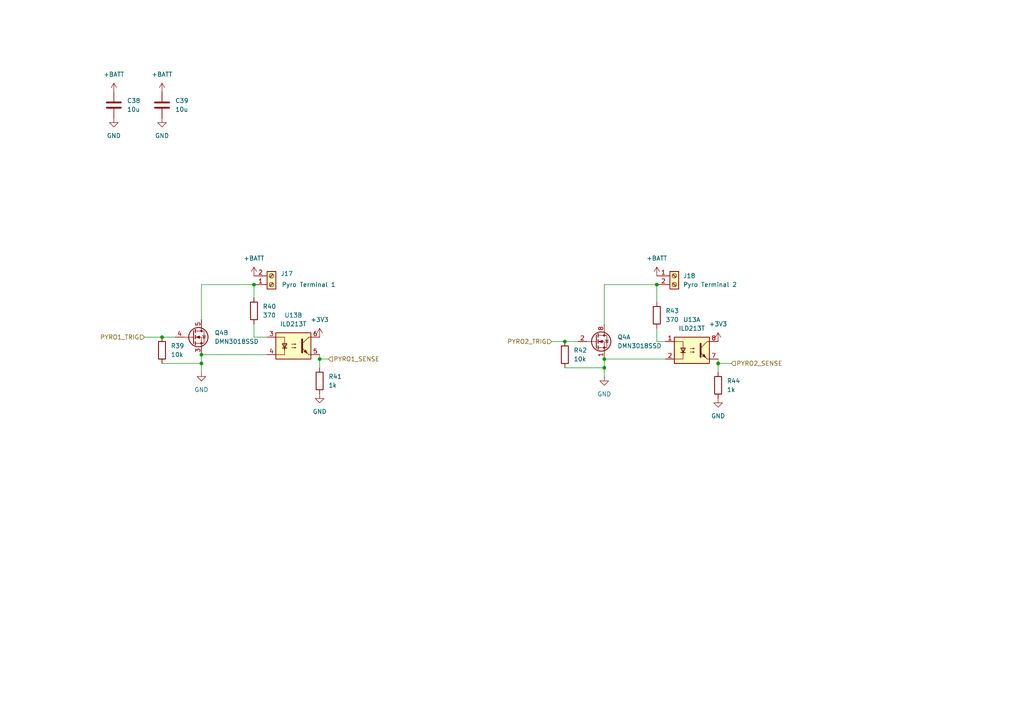
<source format=kicad_sch>
(kicad_sch (version 20230121) (generator eeschema)
  (paper "A4")
  (lib_symbols
    (symbol "Connector:Screw_Terminal_01x02" (pin_names (offset 1.016) hide)
      (property "Reference" "J" (at 0 2.54 0))
      (property "Value" "Screw_Terminal_01x02" (at 0 -5.08 0))
      (symbol "Screw_Terminal_01x02_1_1"
        (rectangle (start -1.27 1.27) (end 1.27 -3.81) (stroke (width 0.254)) (fill (type background)))
        (circle (center 0 -2.54) (radius 0.635) (stroke (width 0.1524)))
        (polyline (pts (xy -0.5334 -2.2098) (xy 0.3302 -3.048)) (stroke (width 0.1524)))
        (polyline (pts (xy -0.5334 0.3302) (xy 0.3302 -0.508)) (stroke (width 0.1524)))
        (polyline (pts (xy -0.3556 -2.032) (xy 0.508 -2.8702)) (stroke (width 0.1524)))
        (polyline (pts (xy -0.3556 0.508) (xy 0.508 -0.3302)) (stroke (width 0.1524)))
        (circle (center 0 0) (radius 0.635) (stroke (width 0.1524)))
        (pin passive line (at -5.08 0 0) (length 3.81) (name "Pin_1") (number "1"))
        (pin passive line (at -5.08 -2.54 0) (length 3.81) (name "Pin_2") (number "2"))
      )
    )
    (symbol "Device:C" (pin_numbers hide) (pin_names (offset 0.254))
      (property "Reference" "C" (at 0.635 2.54 0))
      (property "Value" "C" (at 0.635 -2.54 0))
      (symbol "C_0_1"
        (polyline (pts (xy -2.032 -0.762) (xy 2.032 -0.762)) (stroke (width 0.508)))
        (polyline (pts (xy -2.032 0.762) (xy 2.032 0.762)) (stroke (width 0.508)))
      )
      (symbol "C_1_1"
        (pin passive line (at 0 3.81 270) (length 2.794) (name "~") (number "1"))
        (pin passive line (at 0 -3.81 90) (length 2.794) (name "~") (number "2"))
      )
    )
    (symbol "Device:R" (pin_numbers hide) (pin_names (offset 0))
      (property "Reference" "R" (at 2.032 0 90))
      (property "Value" "R" (at 0 0 90))
      (symbol "R_0_1"
        (rectangle (start -1.016 -2.54) (end 1.016 2.54) (stroke (width 0.254)))
      )
      (symbol "R_1_1"
        (pin passive line (at 0 3.81 270) (length 1.27) (name "~") (number "1"))
        (pin passive line (at 0 -3.81 90) (length 1.27) (name "~") (number "2"))
      )
    )
    (symbol "Isolator:LTV-827" (pin_names (offset 1.016))
      (property "Reference" "U" (at -5.08 5.08 0))
      (property "Value" "LTV-827" (at 0 5.08 0))
      (symbol "LTV-827_0_1"
        (rectangle (start -5.08 3.81) (end 5.08 -3.81) (stroke (width 0.254)) (fill (type background)))
        (polyline (pts (xy -3.175 -0.635) (xy -1.905 -0.635)) (stroke (width 0.254)))
        (polyline (pts (xy 2.54 0.635) (xy 4.445 2.54)))
        (polyline (pts (xy 4.445 -2.54) (xy 2.54 -0.635)) (fill (type outline)))
        (polyline (pts (xy 4.445 -2.54) (xy 5.08 -2.54)))
        (polyline (pts (xy 4.445 2.54) (xy 5.08 2.54)))
        (polyline (pts (xy -2.54 -0.635) (xy -2.54 -2.54) (xy -5.08 -2.54)))
        (polyline (pts (xy 2.54 1.905) (xy 2.54 -1.905) (xy 2.54 -1.905)) (stroke (width 0.508)))
        (polyline (pts (xy -5.08 2.54) (xy -2.54 2.54) (xy -2.54 -1.27) (xy -2.54 0.635)))
        (polyline (pts (xy -2.54 -0.635) (xy -3.175 0.635) (xy -1.905 0.635) (xy -2.54 -0.635)) (stroke (width 0.254)))
        (polyline (pts (xy -0.508 -0.508) (xy 0.762 -0.508) (xy 0.381 -0.635) (xy 0.381 -0.381) (xy 0.762 -0.508)))
        (polyline (pts (xy -0.508 0.508) (xy 0.762 0.508) (xy 0.381 0.381) (xy 0.381 0.635) (xy 0.762 0.508)))
        (polyline (pts (xy 3.048 -1.651) (xy 3.556 -1.143) (xy 4.064 -2.159) (xy 3.048 -1.651) (xy 3.048 -1.651)) (fill (type outline)))
      )
      (symbol "LTV-827_1_1"
        (pin passive line (at -7.62 2.54 0) (length 2.54) (name "~") (number "1"))
        (pin passive line (at -7.62 -2.54 0) (length 2.54) (name "~") (number "2"))
        (pin passive line (at 7.62 -2.54 180) (length 2.54) (name "~") (number "7"))
        (pin passive line (at 7.62 2.54 180) (length 2.54) (name "~") (number "8"))
      )
      (symbol "LTV-827_2_1"
        (pin passive line (at -7.62 2.54 0) (length 2.54) (name "~") (number "3"))
        (pin passive line (at -7.62 -2.54 0) (length 2.54) (name "~") (number "4"))
        (pin passive line (at 7.62 -2.54 180) (length 2.54) (name "~") (number "5"))
        (pin passive line (at 7.62 2.54 180) (length 2.54) (name "~") (number "6"))
      )
    )
    (symbol "Transistor_FET:FDS6890A" (pin_names hide)
      (property "Reference" "Q" (at 5.08 1.905 0))
      (property "Value" "FDS6890A" (at 5.08 0 0))
      (symbol "FDS6890A_0_1"
        (polyline (pts (xy 0.254 0) (xy -2.54 0)))
        (polyline (pts (xy 0.254 1.905) (xy 0.254 -1.905)) (stroke (width 0.254)))
        (polyline (pts (xy 0.762 -1.27) (xy 0.762 -2.286)) (stroke (width 0.254)))
        (polyline (pts (xy 0.762 0.508) (xy 0.762 -0.508)) (stroke (width 0.254)))
        (polyline (pts (xy 0.762 2.286) (xy 0.762 1.27)) (stroke (width 0.254)))
        (polyline (pts (xy 2.54 2.54) (xy 2.54 1.778)))
        (polyline (pts (xy 2.54 -2.54) (xy 2.54 0) (xy 0.762 0)))
        (polyline (pts (xy 0.762 -1.778) (xy 3.302 -1.778) (xy 3.302 1.778) (xy 0.762 1.778)))
        (polyline (pts (xy 1.016 0) (xy 2.032 0.381) (xy 2.032 -0.381) (xy 1.016 0)) (fill (type outline)))
        (polyline (pts (xy 2.794 0.508) (xy 2.921 0.381) (xy 3.683 0.381) (xy 3.81 0.254)))
        (polyline (pts (xy 3.302 0.381) (xy 2.921 -0.254) (xy 3.683 -0.254) (xy 3.302 0.381)))
        (circle (center 1.651 0) (radius 2.794) (stroke (width 0.254)))
        (circle (center 2.54 -1.778) (radius 0.254) (fill (type outline)))
        (circle (center 2.54 1.778) (radius 0.254) (fill (type outline)))
      )
      (symbol "FDS6890A_1_1"
        (pin passive line (at 2.54 -5.08 90) (length 2.54) (name "S1") (number "1"))
        (pin passive line (at -5.08 0 0) (length 2.54) (name "G1") (number "2"))
        (pin passive line (at 2.54 5.08 270) (length 2.54) hide (name "D1") (number "7"))
        (pin passive line (at 2.54 5.08 270) (length 2.54) (name "D1") (number "8"))
      )
      (symbol "FDS6890A_2_1"
        (pin passive line (at 2.54 -5.08 90) (length 2.54) (name "S2") (number "3"))
        (pin passive line (at -5.08 0 0) (length 2.54) (name "G2") (number "4"))
        (pin passive line (at 2.54 5.08 270) (length 2.54) (name "D2") (number "5"))
        (pin passive line (at 2.54 5.08 270) (length 2.54) hide (name "D2") (number "6"))
      )
    )
    (symbol "power:+3.3V" (power) (pin_names (offset 0))
      (property "Value" "+3.3V" (at 0 3.556 0))
      (symbol "+3.3V_0_1"
        (polyline (pts (xy -0.762 1.27) (xy 0 2.54)))
        (polyline (pts (xy 0 0) (xy 0 2.54)))
        (polyline (pts (xy 0 2.54) (xy 0.762 1.27)))
      )
      (symbol "+3.3V_1_1"
        (pin power_in line (at 0 0 90) (length 0) hide (name "+3V3") (number "1"))
      )
    )
    (symbol "power:+BATT" (power) (pin_names (offset 0))
      (property "Value" "+BATT" (at 0 3.556 0))
      (symbol "+BATT_0_1"
        (polyline (pts (xy -0.762 1.27) (xy 0 2.54)))
        (polyline (pts (xy 0 0) (xy 0 2.54)))
        (polyline (pts (xy 0 2.54) (xy 0.762 1.27)))
      )
      (symbol "+BATT_1_1"
        (pin power_in line (at 0 0 90) (length 0) hide (name "+BATT") (number "1"))
      )
    )
    (symbol "power:GND" (power) (pin_names (offset 0))
      (property "Value" "GND" (at 0 -3.81 0))
      (symbol "GND_0_1"
        (polyline (pts (xy 0 0) (xy 0 -1.27) (xy 1.27 -1.27) (xy 0 -2.54) (xy -1.27 -1.27) (xy 0 -1.27)))
      )
      (symbol "GND_1_1"
        (pin power_in line (at 0 0 270) (length 0) hide (name "GND") (number "1"))
      )
    )
  )
  (junction (at 58.42 105.41))
  (junction (at 163.83 99.06))
  (junction (at 175.26 106.68))
  (junction (at 58.42 102.87))
  (junction (at 175.26 104.14))
  (junction (at 92.71 104.14))
  (junction (at 208.28 105.41))
  (junction (at 73.66 82.55))
  (junction (at 46.99 97.79))
  (junction (at 190.5 82.55))
  (wire (pts (xy 208.28 104.14) (xy 208.28 105.41)))
  (wire (pts (xy 92.71 102.87) (xy 92.71 104.14)))
  (wire (pts (xy 92.71 104.14) (xy 92.71 106.68)))
  (wire (pts (xy 41.91 97.79) (xy 46.99 97.79)))
  (wire (pts (xy 175.26 106.68) (xy 175.26 109.22)))
  (wire (pts (xy 175.26 104.14) (xy 193.04 104.14)))
  (wire (pts (xy 58.42 82.55) (xy 73.66 82.55)))
  (wire (pts (xy 160.02 99.06) (xy 163.83 99.06)))
  (wire (pts (xy 163.83 99.06) (xy 167.64 99.06)))
  (wire (pts (xy 163.83 106.68) (xy 175.26 106.68)))
  (wire (pts (xy 58.42 92.71) (xy 58.42 82.55)))
  (wire (pts (xy 58.42 105.41) (xy 58.42 107.95)))
  (wire (pts (xy 46.99 105.41) (xy 58.42 105.41)))
  (wire (pts (xy 46.99 97.79) (xy 50.8 97.79)))
  (wire (pts (xy 58.42 102.87) (xy 77.47 102.87)))
  (wire (pts (xy 208.28 105.41) (xy 208.28 107.95)))
  (wire (pts (xy 92.71 104.14) (xy 95.25 104.14)))
  (wire (pts (xy 58.42 102.87) (xy 58.42 105.41)))
  (wire (pts (xy 73.66 97.79) (xy 77.47 97.79)))
  (wire (pts (xy 175.26 82.55) (xy 190.5 82.55)))
  (wire (pts (xy 73.66 82.55) (xy 73.66 86.36)))
  (wire (pts (xy 175.26 104.14) (xy 175.26 106.68)))
  (wire (pts (xy 175.26 93.98) (xy 175.26 82.55)))
  (wire (pts (xy 208.28 105.41) (xy 212.09 105.41)))
  (wire (pts (xy 73.66 93.98) (xy 73.66 97.79)))
  (wire (pts (xy 190.5 99.06) (xy 193.04 99.06)))
  (wire (pts (xy 190.5 95.25) (xy 190.5 99.06)))
  (wire (pts (xy 190.5 82.55) (xy 190.5 87.63)))
  (hierarchical_label "PYRO1_TRIG" (shape input) (at 41.91 97.79 180))
  (hierarchical_label "PYRO1_SENSE" (shape input) (at 95.25 104.14 0))
  (hierarchical_label "PYRO2_TRIG" (shape input) (at 160.02 99.06 180))
  (hierarchical_label "PYRO2_SENSE" (shape input) (at 212.09 105.41 0))
  (symbol (lib_id "Device:R") (at 163.83 102.87 0) (unit 1)
    (property "Reference" "R42" (at 166.37 101.5999 0) (effects (justify left)))
    (property "Value" "10k" (at 166.37 104.1399 0) (effects (justify left)))
    (property "Footprint" "Resistor_SMD:R_0603_1608Metric" (effects hide))
  )
  (symbol (lib_id "power:GND") (at 92.71 114.3 0) (unit 1)
    (property "Reference" "#PWR0102" (effects hide))
    (property "Value" "GND" (at 92.71 119.38 0))
  )
  (symbol (lib_id "Transistor_FET:FDS6890A") (at 172.72 99.06 0) (unit 1)
    (property "Reference" "Q4" (at 179.07 97.7899 0) (effects (justify left)))
    (property "Value" "DMN3018SSD" (at 179.07 100.3299 0) (effects (justify left)))
    (property "Footprint" "Package_SO:SOIC-8_3.9x4.9mm_P1.27mm" (effects hide))
    (property "Datasheet" "https://www.onsemi.com/pub/Collateral/FDS6890A-D.PDF" (effects hide))
  )
  (symbol (lib_id "Transistor_FET:FDS6890A") (at 55.88 97.79 0) (unit 2)
    (property "Reference" "Q4" (at 62.23 96.5199 0) (effects (justify left)))
    (property "Value" "DMN3018SSD" (at 62.23 99.0599 0) (effects (justify left)))
    (property "Footprint" "Package_SO:SOIC-8_3.9x4.9mm_P1.27mm" (effects hide))
    (property "Datasheet" "https://www.onsemi.com/pub/Collateral/FDS6890A-D.PDF" (effects hide))
  )
  (symbol (lib_id "Connector:Screw_Terminal_01x02") (at 78.74 82.55 0) (mirror x) (unit 1)
    (property "Reference" "J17" (at 83.185 79.375 0))
    (property "Value" "Pyro Terminal 1" (at 89.535 82.55 0))
    (property "Footprint" "TerminalBlock_4Ucon:TerminalBlock_4Ucon_1x02_P3.50mm_Vertical" (effects hide))
  )
  (symbol (lib_id "Device:R") (at 92.71 110.49 0) (unit 1)
    (property "Reference" "R41" (at 95.25 109.2199 0) (effects (justify left)))
    (property "Value" "1k" (at 95.25 111.7599 0) (effects (justify left)))
    (property "Footprint" "Resistor_SMD:R_0603_1608Metric" (effects hide))
  )
  (symbol (lib_id "Device:R") (at 208.28 111.76 0) (unit 1)
    (property "Reference" "R44" (at 210.82 110.4899 0) (effects (justify left)))
    (property "Value" "1k" (at 210.82 113.0299 0) (effects (justify left)))
    (property "Footprint" "Resistor_SMD:R_0603_1608Metric" (effects hide))
  )
  (symbol (lib_id "Isolator:LTV-827") (at 200.66 101.6 0) (unit 1)
    (property "Reference" "U13" (at 200.66 92.71 0))
    (property "Value" "ILD213T" (at 200.66 95.25 0))
    (property "Footprint" "Package_SO:SO-8_5.3x6.2mm_P1.27mm" (effects hide))
    (property "Datasheet" "http://optoelectronics.liteon.com/upload/download/DS-70-96-0016/LTV-8X7%20series%20201610%20.pdf" (effects hide))
  )
  (symbol (lib_id "power:+BATT") (at 46.99 26.67 0) (unit 1)
    (property "Reference" "#PWR097" (effects hide))
    (property "Value" "+BATT" (at 46.99 21.59 0))
  )
  (symbol (lib_id "power:GND") (at 58.42 107.95 0) (unit 1)
    (property "Reference" "#PWR099" (effects hide))
    (property "Value" "GND" (at 58.42 113.03 0))
  )
  (symbol (lib_id "power:+BATT") (at 33.02 26.67 0) (unit 1)
    (property "Reference" "#PWR095" (effects hide))
    (property "Value" "+BATT" (at 33.02 21.59 0))
  )
  (symbol (lib_id "Device:C") (at 33.02 30.48 0) (unit 1)
    (property "Reference" "C38" (at 36.83 29.2099 0) (effects (justify left)))
    (property "Value" "10u" (at 36.83 31.7499 0) (effects (justify left)))
    (property "Footprint" "Capacitor_SMD:C_0805_2012Metric" (effects hide))
  )
  (symbol (lib_id "Isolator:LTV-827") (at 85.09 100.33 0) (unit 2)
    (property "Reference" "U13" (at 85.09 91.44 0))
    (property "Value" "ILD213T" (at 85.09 93.98 0))
    (property "Footprint" "Package_SO:SO-8_5.3x6.2mm_P1.27mm" (effects hide))
    (property "Datasheet" "http://optoelectronics.liteon.com/upload/download/DS-70-96-0016/LTV-8X7%20series%20201610%20.pdf" (effects hide))
  )
  (symbol (lib_id "Device:C") (at 46.99 30.48 0) (unit 1)
    (property "Reference" "C39" (at 50.8 29.2099 0) (effects (justify left)))
    (property "Value" "10u" (at 50.8 31.7499 0) (effects (justify left)))
    (property "Footprint" "Capacitor_SMD:C_0805_2012Metric" (effects hide))
  )
  (symbol (lib_id "power:+3.3V") (at 208.28 99.06 0) (unit 1)
    (property "Reference" "#PWR0105" (effects hide))
    (property "Value" "+3.3V" (at 208.28 93.98 0))
  )
  (symbol (lib_id "Device:R") (at 73.66 90.17 0) (unit 1)
    (property "Reference" "R40" (at 76.2 88.8999 0) (effects (justify left)))
    (property "Value" "370" (at 76.2 91.44 0) (effects (justify left)))
    (property "Footprint" "Resistor_SMD:R_0603_1608Metric" (effects hide))
  )
  (symbol (lib_id "power:GND") (at 46.99 34.29 0) (unit 1)
    (property "Reference" "#PWR098" (effects hide))
    (property "Value" "GND" (at 46.99 39.37 0))
  )
  (symbol (lib_id "power:GND") (at 33.02 34.29 0) (unit 1)
    (property "Reference" "#PWR096" (effects hide))
    (property "Value" "GND" (at 33.02 39.37 0))
  )
  (symbol (lib_id "Device:R") (at 46.99 101.6 0) (unit 1)
    (property "Reference" "R39" (at 49.53 100.3299 0) (effects (justify left)))
    (property "Value" "10k" (at 49.53 102.8699 0) (effects (justify left)))
    (property "Footprint" "Resistor_SMD:R_0603_1608Metric" (effects hide))
  )
  (symbol (lib_id "power:+BATT") (at 190.5 80.01 0) (unit 1)
    (property "Reference" "#PWR0104" (effects hide))
    (property "Value" "+BATT" (at 190.5 74.93 0))
  )
  (symbol (lib_id "Connector:Screw_Terminal_01x02") (at 195.58 80.01 0) (unit 1)
    (property "Reference" "J18" (at 198.12 80.0099 0) (effects (justify left)))
    (property "Value" "Pyro Terminal 2" (at 198.12 82.5499 0) (effects (justify left)))
    (property "Footprint" "TerminalBlock_4Ucon:TerminalBlock_4Ucon_1x02_P3.50mm_Vertical" (effects hide))
  )
  (symbol (lib_id "Device:R") (at 190.5 91.44 0) (unit 1)
    (property "Reference" "R43" (at 193.04 90.1699 0) (effects (justify left)))
    (property "Value" "370" (at 193.04 92.7099 0) (effects (justify left)))
    (property "Footprint" "Resistor_SMD:R_0603_1608Metric" (effects hide))
  )
  (symbol (lib_id "power:+BATT") (at 73.66 80.01 0) (unit 1)
    (property "Reference" "#PWR0100" (effects hide))
    (property "Value" "+BATT" (at 73.66 74.93 0))
  )
  (symbol (lib_id "power:GND") (at 208.28 115.57 0) (unit 1)
    (property "Reference" "#PWR0106" (effects hide))
    (property "Value" "GND" (at 208.28 120.65 0))
  )
  (symbol (lib_id "power:+3.3V") (at 92.71 97.79 0) (unit 1)
    (property "Reference" "#PWR0101" (effects hide))
    (property "Value" "+3.3V" (at 92.71 92.71 0))
  )
  (symbol (lib_id "power:GND") (at 175.26 109.22 0) (unit 1)
    (property "Reference" "#PWR0103" (effects hide))
    (property "Value" "GND" (at 175.26 114.3 0))
  )
)
</source>
